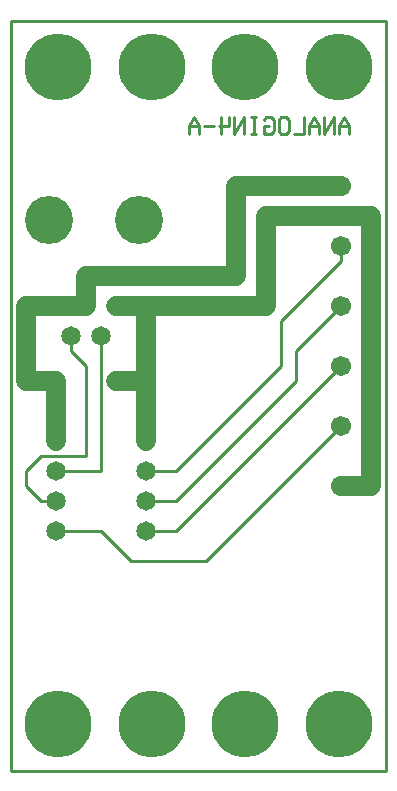
<source format=gbl>
%MOIN*%
%FSLAX25Y25*%
G04 D10 used for Character Trace; *
G04     Circle (OD=.01000) (No hole)*
G04 D11 used for Power Trace; *
G04     Circle (OD=.06700) (No hole)*
G04 D12 used for Signal Trace; *
G04     Circle (OD=.01100) (No hole)*
G04 D13 used for Via; *
G04     Circle (OD=.05800) (Round. Hole ID=.02800)*
G04 D14 used for Component hole; *
G04     Circle (OD=.06500) (Round. Hole ID=.03500)*
G04 D15 used for Component hole; *
G04     Circle (OD=.06700) (Round. Hole ID=.04300)*
G04 D16 used for Component hole; *
G04     Circle (OD=.08100) (Round. Hole ID=.05100)*
G04 D17 used for Component hole; *
G04     Circle (OD=.08900) (Round. Hole ID=.05900)*
G04 D18 used for Component hole; *
G04     Circle (OD=.11300) (Round. Hole ID=.08300)*
G04 D19 used for Component hole; *
G04     Circle (OD=.16000) (Round. Hole ID=.13000)*
G04 D20 used for Component hole; *
G04     Circle (OD=.18300) (Round. Hole ID=.15300)*
G04 D21 used for Component hole; *
G04     Circle (OD=.22291) (Round. Hole ID=.19291)*
%ADD10C,.01000*%
%ADD11C,.06700*%
%ADD12C,.01100*%
%ADD13C,.05800*%
%ADD14C,.06500*%
%ADD15C,.06700*%
%ADD16C,.08100*%
%ADD17C,.08900*%
%ADD18C,.11300*%
%ADD19C,.16000*%
%ADD20C,.18300*%
%ADD21C,.22291*%
%IPPOS*%
%LPD*%
G90*X0Y0D02*D21*X15625Y15625D03*X46875D03*D12*    
X40000Y70000D02*X65000D01*X40000D02*              
X30000Y80000D01*X15000D01*D14*D03*Y90000D03*D12*  
X10000D01*X5000Y95000D01*Y100000D01*              
X10000Y105000D01*X25000D01*Y135000D01*            
X20000Y140000D01*Y145000D01*D14*D03*              
X25000Y155000D03*D11*X5000D01*Y130000D01*         
X15000D01*D14*D03*D11*Y110000D01*D14*D03*         
Y100000D03*D12*X30000D01*Y145000D01*D14*D03*      
X35000Y155000D03*D11*X45000D01*Y130000D01*        
Y110000D01*D14*D03*D12*Y100000D02*X55000D01*D14*  
X45000D03*D12*Y90000D02*X55000D01*D14*X45000D03*  
D12*Y80000D02*X55000D01*D14*X45000D03*D12*        
X55000Y90000D02*X95000Y130000D01*Y140000D01*      
X110000Y155000D01*D15*D03*D12*X90000Y150000D02*   
X110000Y170000D01*X90000Y135000D02*Y150000D01*    
X55000Y100000D02*X90000Y135000D01*X55000Y80000D02*
X110000Y135000D01*D15*D03*Y115000D03*D12*         
X65000Y70000D01*D15*X110000Y95000D03*D11*         
X120000D01*Y185000D01*X85000D01*Y155000D01*       
X75000D01*D15*D03*D11*X45000D01*X25000D02*        
Y165000D01*X75000D01*Y175000D01*D15*D03*D11*      
Y195000D01*X110000D01*D15*D03*Y175000D03*D12*     
Y170000D01*D10*X112511Y212129D02*Y215000D01*      
X110837Y217871D01*X109163Y215000D01*Y212129D01*   
X112511Y215000D02*X109163D01*X107511Y212129D02*   
Y217871D01*X104163Y212129D01*Y217871D01*          
X102511Y212129D02*Y215000D01*X100837Y217871D01*   
X99163Y215000D01*Y212129D01*X102511Y215000D02*    
X99163D01*X97511Y217871D02*Y212129D01*X94163D01*  
X89163Y213086D02*X90000Y212129D01*X91674D01*      
X92511Y213086D01*Y216914D01*X91674Y217871D01*     
X90000D01*X89163Y216914D01*Y213086D01*X84163D02*  
X85000Y212129D01*X86674D01*X87511Y213086D01*      
Y216914D01*X86674Y217871D01*X85000D01*            
X84163Y216914D01*X85837Y215000D02*X84163D01*      
Y212129D01*X80837D02*Y217871D01*X81674Y212129D02* 
X80000D01*X81674Y217871D02*X80000D01*             
X77511Y212129D02*Y217871D01*X74163Y212129D01*     
Y217871D01*X70000D02*Y212129D01*X72511Y217871D02* 
Y215000D01*X69163D01*X67511D02*X64163D01*         
X62511Y212129D02*Y215000D01*X60837Y217871D01*     
X59163Y215000D01*Y212129D01*X62511Y215000D02*     
X59163D01*D21*X46875Y234375D03*X109375D03*        
X78125D03*D11*X35000Y130000D02*X45000D01*D14*     
X35000D03*D19*X42500Y183500D03*X12500D03*D21*     
X15625Y234375D03*X78125Y15625D03*X109375D03*D12*  
X125000Y0D02*Y250000D01*X0Y0D02*X125000D01*X0D02* 
Y250000D01*X125000D01*M02*                        

</source>
